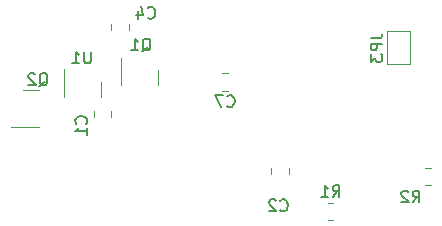
<source format=gbr>
%TF.GenerationSoftware,KiCad,Pcbnew,6.0.11-2627ca5db0~126~ubuntu22.04.1*%
%TF.CreationDate,2023-03-06T03:58:19-05:00*%
%TF.ProjectId,canbus-ds1820,63616e62-7573-42d6-9473-313832302e6b,1.0*%
%TF.SameCoordinates,Original*%
%TF.FileFunction,Legend,Bot*%
%TF.FilePolarity,Positive*%
%FSLAX46Y46*%
G04 Gerber Fmt 4.6, Leading zero omitted, Abs format (unit mm)*
G04 Created by KiCad (PCBNEW 6.0.11-2627ca5db0~126~ubuntu22.04.1) date 2023-03-06 03:58:19*
%MOMM*%
%LPD*%
G01*
G04 APERTURE LIST*
%ADD10C,0.150000*%
%ADD11C,0.120000*%
G04 APERTURE END LIST*
D10*
%TO.C,C7*%
X78991666Y-84337142D02*
X79039285Y-84384761D01*
X79182142Y-84432380D01*
X79277380Y-84432380D01*
X79420238Y-84384761D01*
X79515476Y-84289523D01*
X79563095Y-84194285D01*
X79610714Y-84003809D01*
X79610714Y-83860952D01*
X79563095Y-83670476D01*
X79515476Y-83575238D01*
X79420238Y-83480000D01*
X79277380Y-83432380D01*
X79182142Y-83432380D01*
X79039285Y-83480000D01*
X78991666Y-83527619D01*
X78658333Y-83432380D02*
X77991666Y-83432380D01*
X78420238Y-84432380D01*
%TO.C,U1*%
X67436904Y-79727380D02*
X67436904Y-80536904D01*
X67389285Y-80632142D01*
X67341666Y-80679761D01*
X67246428Y-80727380D01*
X67055952Y-80727380D01*
X66960714Y-80679761D01*
X66913095Y-80632142D01*
X66865476Y-80536904D01*
X66865476Y-79727380D01*
X65865476Y-80727380D02*
X66436904Y-80727380D01*
X66151190Y-80727380D02*
X66151190Y-79727380D01*
X66246428Y-79870238D01*
X66341666Y-79965476D01*
X66436904Y-80013095D01*
%TO.C,R1*%
X87916666Y-92052380D02*
X88250000Y-91576190D01*
X88488095Y-92052380D02*
X88488095Y-91052380D01*
X88107142Y-91052380D01*
X88011904Y-91100000D01*
X87964285Y-91147619D01*
X87916666Y-91242857D01*
X87916666Y-91385714D01*
X87964285Y-91480952D01*
X88011904Y-91528571D01*
X88107142Y-91576190D01*
X88488095Y-91576190D01*
X86964285Y-92052380D02*
X87535714Y-92052380D01*
X87250000Y-92052380D02*
X87250000Y-91052380D01*
X87345238Y-91195238D01*
X87440476Y-91290476D01*
X87535714Y-91338095D01*
%TO.C,C2*%
X83491666Y-93157142D02*
X83539285Y-93204761D01*
X83682142Y-93252380D01*
X83777380Y-93252380D01*
X83920238Y-93204761D01*
X84015476Y-93109523D01*
X84063095Y-93014285D01*
X84110714Y-92823809D01*
X84110714Y-92680952D01*
X84063095Y-92490476D01*
X84015476Y-92395238D01*
X83920238Y-92300000D01*
X83777380Y-92252380D01*
X83682142Y-92252380D01*
X83539285Y-92300000D01*
X83491666Y-92347619D01*
X83110714Y-92347619D02*
X83063095Y-92300000D01*
X82967857Y-92252380D01*
X82729761Y-92252380D01*
X82634523Y-92300000D01*
X82586904Y-92347619D01*
X82539285Y-92442857D01*
X82539285Y-92538095D01*
X82586904Y-92680952D01*
X83158333Y-93252380D01*
X82539285Y-93252380D01*
%TO.C,C4*%
X72266666Y-76857142D02*
X72314285Y-76904761D01*
X72457142Y-76952380D01*
X72552380Y-76952380D01*
X72695238Y-76904761D01*
X72790476Y-76809523D01*
X72838095Y-76714285D01*
X72885714Y-76523809D01*
X72885714Y-76380952D01*
X72838095Y-76190476D01*
X72790476Y-76095238D01*
X72695238Y-76000000D01*
X72552380Y-75952380D01*
X72457142Y-75952380D01*
X72314285Y-76000000D01*
X72266666Y-76047619D01*
X71409523Y-76285714D02*
X71409523Y-76952380D01*
X71647619Y-75904761D02*
X71885714Y-76619047D01*
X71266666Y-76619047D01*
%TO.C,C1*%
X67032142Y-85833333D02*
X67079761Y-85785714D01*
X67127380Y-85642857D01*
X67127380Y-85547619D01*
X67079761Y-85404761D01*
X66984523Y-85309523D01*
X66889285Y-85261904D01*
X66698809Y-85214285D01*
X66555952Y-85214285D01*
X66365476Y-85261904D01*
X66270238Y-85309523D01*
X66175000Y-85404761D01*
X66127380Y-85547619D01*
X66127380Y-85642857D01*
X66175000Y-85785714D01*
X66222619Y-85833333D01*
X67127380Y-86785714D02*
X67127380Y-86214285D01*
X67127380Y-86500000D02*
X66127380Y-86500000D01*
X66270238Y-86404761D01*
X66365476Y-86309523D01*
X66413095Y-86214285D01*
%TO.C,Q2*%
X63045238Y-82672619D02*
X63140476Y-82625000D01*
X63235714Y-82529761D01*
X63378571Y-82386904D01*
X63473809Y-82339285D01*
X63569047Y-82339285D01*
X63521428Y-82577380D02*
X63616666Y-82529761D01*
X63711904Y-82434523D01*
X63759523Y-82244047D01*
X63759523Y-81910714D01*
X63711904Y-81720238D01*
X63616666Y-81625000D01*
X63521428Y-81577380D01*
X63330952Y-81577380D01*
X63235714Y-81625000D01*
X63140476Y-81720238D01*
X63092857Y-81910714D01*
X63092857Y-82244047D01*
X63140476Y-82434523D01*
X63235714Y-82529761D01*
X63330952Y-82577380D01*
X63521428Y-82577380D01*
X62711904Y-81672619D02*
X62664285Y-81625000D01*
X62569047Y-81577380D01*
X62330952Y-81577380D01*
X62235714Y-81625000D01*
X62188095Y-81672619D01*
X62140476Y-81767857D01*
X62140476Y-81863095D01*
X62188095Y-82005952D01*
X62759523Y-82577380D01*
X62140476Y-82577380D01*
%TO.C,Q1*%
X71770238Y-79722619D02*
X71865476Y-79675000D01*
X71960714Y-79579761D01*
X72103571Y-79436904D01*
X72198809Y-79389285D01*
X72294047Y-79389285D01*
X72246428Y-79627380D02*
X72341666Y-79579761D01*
X72436904Y-79484523D01*
X72484523Y-79294047D01*
X72484523Y-78960714D01*
X72436904Y-78770238D01*
X72341666Y-78675000D01*
X72246428Y-78627380D01*
X72055952Y-78627380D01*
X71960714Y-78675000D01*
X71865476Y-78770238D01*
X71817857Y-78960714D01*
X71817857Y-79294047D01*
X71865476Y-79484523D01*
X71960714Y-79579761D01*
X72055952Y-79627380D01*
X72246428Y-79627380D01*
X70865476Y-79627380D02*
X71436904Y-79627380D01*
X71151190Y-79627380D02*
X71151190Y-78627380D01*
X71246428Y-78770238D01*
X71341666Y-78865476D01*
X71436904Y-78913095D01*
%TO.C,JP3*%
X91127380Y-78591666D02*
X91841666Y-78591666D01*
X91984523Y-78544047D01*
X92079761Y-78448809D01*
X92127380Y-78305952D01*
X92127380Y-78210714D01*
X92127380Y-79067857D02*
X91127380Y-79067857D01*
X91127380Y-79448809D01*
X91175000Y-79544047D01*
X91222619Y-79591666D01*
X91317857Y-79639285D01*
X91460714Y-79639285D01*
X91555952Y-79591666D01*
X91603571Y-79544047D01*
X91651190Y-79448809D01*
X91651190Y-79067857D01*
X91127380Y-79972619D02*
X91127380Y-80591666D01*
X91508333Y-80258333D01*
X91508333Y-80401190D01*
X91555952Y-80496428D01*
X91603571Y-80544047D01*
X91698809Y-80591666D01*
X91936904Y-80591666D01*
X92032142Y-80544047D01*
X92079761Y-80496428D01*
X92127380Y-80401190D01*
X92127380Y-80115476D01*
X92079761Y-80020238D01*
X92032142Y-79972619D01*
%TO.C,R2*%
X94691666Y-92502380D02*
X95025000Y-92026190D01*
X95263095Y-92502380D02*
X95263095Y-91502380D01*
X94882142Y-91502380D01*
X94786904Y-91550000D01*
X94739285Y-91597619D01*
X94691666Y-91692857D01*
X94691666Y-91835714D01*
X94739285Y-91930952D01*
X94786904Y-91978571D01*
X94882142Y-92026190D01*
X95263095Y-92026190D01*
X94310714Y-91597619D02*
X94263095Y-91550000D01*
X94167857Y-91502380D01*
X93929761Y-91502380D01*
X93834523Y-91550000D01*
X93786904Y-91597619D01*
X93739285Y-91692857D01*
X93739285Y-91788095D01*
X93786904Y-91930952D01*
X94358333Y-92502380D01*
X93739285Y-92502380D01*
D11*
%TO.C,C7*%
X78563748Y-81565000D02*
X79086252Y-81565000D01*
X78563748Y-83035000D02*
X79086252Y-83035000D01*
%TO.C,U1*%
X68285000Y-82925000D02*
X68285000Y-82275000D01*
X65165000Y-82925000D02*
X65165000Y-83575000D01*
X65165000Y-82925000D02*
X65165000Y-81250000D01*
X68285000Y-82925000D02*
X68285000Y-83575000D01*
%TO.C,R1*%
X87977064Y-93985000D02*
X87522936Y-93985000D01*
X87977064Y-92515000D02*
X87522936Y-92515000D01*
%TO.C,C2*%
X82715000Y-90111252D02*
X82715000Y-89588748D01*
X84185000Y-90111252D02*
X84185000Y-89588748D01*
%TO.C,C4*%
X69165000Y-77936252D02*
X69165000Y-77413748D01*
X70635000Y-77936252D02*
X70635000Y-77413748D01*
%TO.C,C1*%
X69160000Y-84726248D02*
X69160000Y-85248752D01*
X67690000Y-84726248D02*
X67690000Y-85248752D01*
%TO.C,Q2*%
X62375000Y-86135000D02*
X60700000Y-86135000D01*
X62375000Y-83015000D02*
X63025000Y-83015000D01*
X62375000Y-86135000D02*
X63025000Y-86135000D01*
X62375000Y-83015000D02*
X61725000Y-83015000D01*
%TO.C,Q1*%
X73110000Y-81937500D02*
X73110000Y-81287500D01*
X73110000Y-81937500D02*
X73110000Y-82587500D01*
X69990000Y-81937500D02*
X69990000Y-80262500D01*
X69990000Y-81937500D02*
X69990000Y-82587500D01*
%TO.C,JP3*%
X92475000Y-80825000D02*
X94475000Y-80825000D01*
X94475000Y-80825000D02*
X94475000Y-78025000D01*
X94475000Y-78025000D02*
X92475000Y-78025000D01*
X92475000Y-78025000D02*
X92475000Y-80825000D01*
%TO.C,R2*%
X95772936Y-91060000D02*
X96227064Y-91060000D01*
X95772936Y-89590000D02*
X96227064Y-89590000D01*
%TD*%
M02*

</source>
